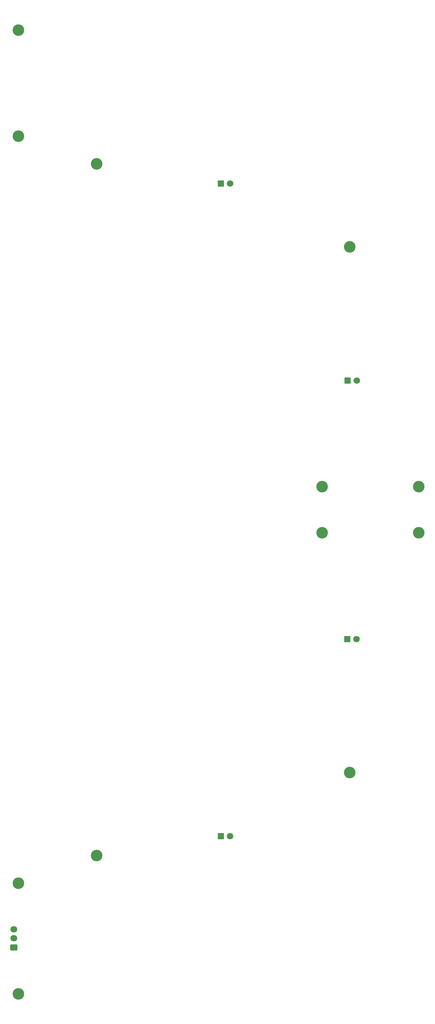
<source format=gts>
G04 #@! TF.GenerationSoftware,KiCad,Pcbnew,7.0.1-3b83917a11~172~ubuntu20.04.1*
G04 #@! TF.CreationDate,2023-04-20T10:57:52+02:00*
G04 #@! TF.ProjectId,forcast,666f7263-6173-4742-9e6b-696361645f70,rev?*
G04 #@! TF.SameCoordinates,Original*
G04 #@! TF.FileFunction,Soldermask,Top*
G04 #@! TF.FilePolarity,Negative*
%FSLAX46Y46*%
G04 Gerber Fmt 4.6, Leading zero omitted, Abs format (unit mm)*
G04 Created by KiCad (PCBNEW 7.0.1-3b83917a11~172~ubuntu20.04.1) date 2023-04-20 10:57:52*
%MOMM*%
%LPD*%
G01*
G04 APERTURE LIST*
G04 Aperture macros list*
%AMRoundRect*
0 Rectangle with rounded corners*
0 $1 Rounding radius*
0 $2 $3 $4 $5 $6 $7 $8 $9 X,Y pos of 4 corners*
0 Add a 4 corners polygon primitive as box body*
4,1,4,$2,$3,$4,$5,$6,$7,$8,$9,$2,$3,0*
0 Add four circle primitives for the rounded corners*
1,1,$1+$1,$2,$3*
1,1,$1+$1,$4,$5*
1,1,$1+$1,$6,$7*
1,1,$1+$1,$8,$9*
0 Add four rect primitives between the rounded corners*
20,1,$1+$1,$2,$3,$4,$5,0*
20,1,$1+$1,$4,$5,$6,$7,0*
20,1,$1+$1,$6,$7,$8,$9,0*
20,1,$1+$1,$8,$9,$2,$3,0*%
G04 Aperture macros list end*
%ADD10C,3.200000*%
%ADD11R,1.800000X1.800000*%
%ADD12C,1.800000*%
%ADD13RoundRect,0.250000X0.725000X-0.600000X0.725000X0.600000X-0.725000X0.600000X-0.725000X-0.600000X0*%
%ADD14O,1.950000X1.700000*%
G04 APERTURE END LIST*
D10*
X269240000Y-210820000D03*
X185420000Y-307340000D03*
X185420000Y-337820000D03*
X295910000Y-210820000D03*
X295910000Y-198120000D03*
D11*
X276185000Y-240100000D03*
D12*
X278725000Y-240100000D03*
D11*
X241285000Y-114675000D03*
D12*
X243825000Y-114675000D03*
D10*
X185420000Y-72390000D03*
X207010000Y-109220000D03*
D13*
X184150000Y-325040000D03*
D14*
X184150000Y-322540000D03*
X184150000Y-320040000D03*
D10*
X276860000Y-132080000D03*
X269240000Y-198120000D03*
D11*
X276225000Y-168900000D03*
D12*
X278765000Y-168900000D03*
D10*
X276860000Y-276860000D03*
D11*
X241235000Y-294375000D03*
D12*
X243775000Y-294375000D03*
D10*
X185420000Y-101600000D03*
X207010000Y-299720000D03*
M02*

</source>
